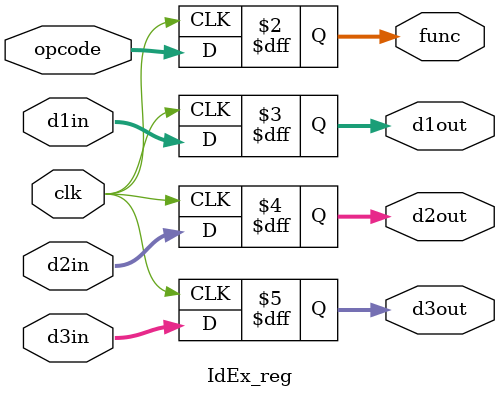
<source format=sv>
`timescale 1ns / 1ps

module IdEx_reg (
    input  logic clk,
    input  logic [24:0] opcode,
    input  logic [127:0] d1in, d2in, d3in,
    output logic [24:0] func,
    output logic [127:0] d1out, d2out, d3out
);

    always_ff @(posedge clk) begin
        func <= opcode;
        d1out <= d1in;
        d2out <= d2in;
        d3out <= d3in;
    end

endmodule


</source>
